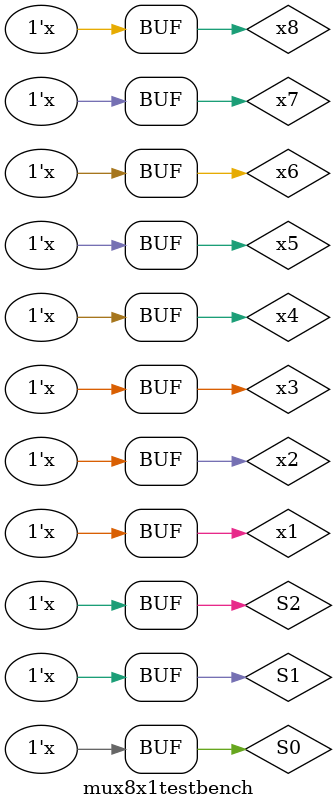
<source format=v>
`timescale 1ns / 1ps


module mux8x1testbench;

	// Inputs
	reg S0;
	reg S1;
	reg S2;
	reg x1;
	reg x2;
	reg x3;
	reg x4;
	reg x5;
	reg x6;
	reg x7;
	reg x8;

	// Outputs
	wire m1;

	// Instantiate the Unit Under Test (UUT)
	mux8x1 uut (
		.S0(S0), 
		.S1(S1), 
		.S2(S2), 
		.x1(x1), 
		.x2(x2), 
		.x3(x3), 
		.x4(x4), 
		.x5(x5), 
		.x6(x6), 
		.x7(x7), 
		.x8(x8), 
		.m1(m1)
	);

	initial begin
		// Initialize Inputs
		S0 = 0;
		S1 = 0;
		S2 = 0;
		x1 = 0;
		x2 = 0;
		x3 = 0;
		x4 = 0;
		x5 = 0;
		x6 = 0;
		x7 = 0;
		x8 = 0;

		// Wait 100 ns for global reset to finish
		#100;
        
		// Add stimulus here

	end
	
	always #1024 S0=~S0;
	always #512 S1=~S1;
	always #256 S2=~S2;
	always #128 x8=~x8;
	always #64 x7=~x7;
	always #32 x6=~x6;
	always #16 x5=~x5;
	always #8 x4=~x4;
	always #4 x3=~x3;
	always #2 x2=~x2;
	always #1 x1=~x1;
	
      
endmodule


</source>
